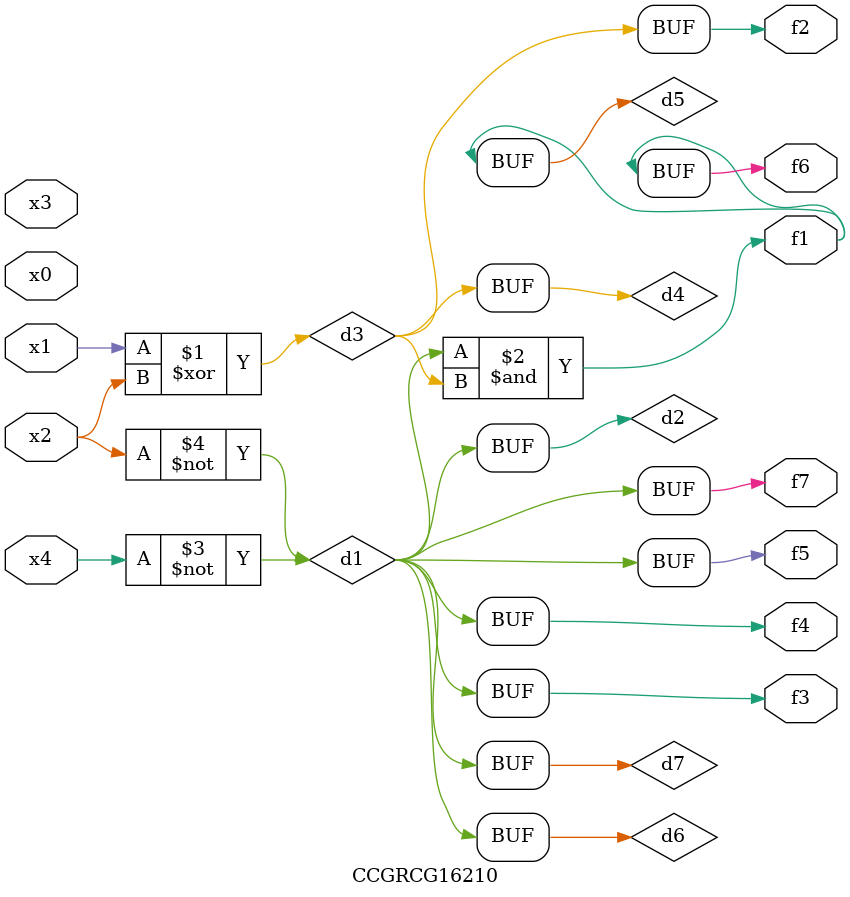
<source format=v>
module CCGRCG16210(
	input x0, x1, x2, x3, x4,
	output f1, f2, f3, f4, f5, f6, f7
);

	wire d1, d2, d3, d4, d5, d6, d7;

	not (d1, x4);
	not (d2, x2);
	xor (d3, x1, x2);
	buf (d4, d3);
	and (d5, d1, d3);
	buf (d6, d1, d2);
	buf (d7, d2);
	assign f1 = d5;
	assign f2 = d4;
	assign f3 = d7;
	assign f4 = d7;
	assign f5 = d7;
	assign f6 = d5;
	assign f7 = d7;
endmodule

</source>
